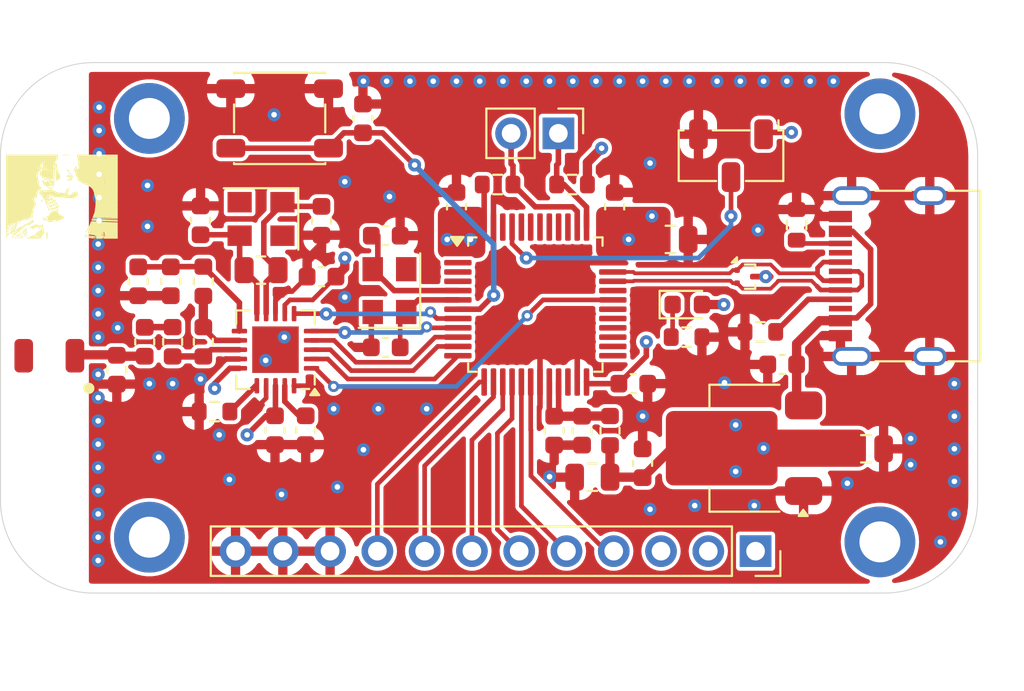
<source format=kicad_pcb>
(kicad_pcb (version 20240108) (generator "pcbnew") (generator_version "8.0")
  (layers (0 "F.Cu" signal) (1 "In1.Cu" signal) (2 "In2.Cu" signal) (31 "B.Cu" signal) (34 "B.Paste" user) (35 "F.Paste" user) (36 "B.SilkS" user "B.Silkscreen") (37 "F.SilkS" user "F.Silkscreen") (38 "B.Mask" user) (39 "F.Mask" user) (44 "Edge.Cuts" user))
  (net 0 "")
  (net 1 "GND")
  (net 2 "VBUS")
  (net 3 "+3.3V")
  (net 4 "VDDA")
  (net 5 "/NRST")
  (net 6 "/OSC_OUT")
  (net 7 "/OSC_IN")
  (net 8 "/DVDD")
  (net 9 "/XC2")
  (net 10 "/VDD_PA")
  (net 11 "/XC1")
  (net 12 "/RF50R")
  (net 13 "/MATCH")
  (net 14 "/LED")
  (net 15 "/D-")
  (net 16 "/CC2")
  (net 17 "/D+")
  (net 18 "/CC1")
  (net 19 "/I2C_SCL")
  (net 20 "/I2C_SDA")
  (net 21 "/GPIO6")
  (net 22 "/GPIO2")
  (net 23 "/GPIO3")
  (net 24 "/GPIO5")
  (net 25 "/GPIO4")
  (net 26 "/GPIO1")
  (net 27 "/ANT1")
  (net 28 "/ANT2")
  (net 29 "/IREF")
  (net 30 "/BOOT0")
  (net 35 "/RF_MOSI")
  (net 36 "/CSN")
  (net 37 "/CE")
  (net 43 "/RF_SCK")
  (net 46 "/RF_MISO")
  (net 50 "/IRQ")
  (footprint "Connector_PinHeader_2.54mm:PinHeader_1x02_P2.54mm_Vertical" (layer "F.Cu") (at 160.475 61.8 -90)
    (property "Reference" "J4" (hide yes))
    (property "Value" "Conn_01x02_Pin")
  )
  (footprint "Button_Switch_SMD:Nidec_Copal_CAS-120A" (layer "F.Cu") (at 169.75 63 -90)
    (property "Reference" "SW3" (hide yes))
    (property "Value" "SW_Nidec_CAS-120A1")
  )
  (footprint "LED_SMD:LED_0603_1608Metric" (layer "F.Cu") (at 167.4 71)
    (property "Reference" "D1" (hide yes))
    (property "Value" "LED")
  )
  (footprint "custom_footies:AMCA31-2R450G-S1F-T3" (layer "F.Cu") (at 133 73.75 90)
    (property "Reference" "AE1" (hide yes))
    (property "Value" "Antenna")
  )
  (footprint "Capacitor_SMD:C_0603_1608Metric" (layer "F.Cu") (at 136.75 74.5 -90)
    (property "Reference" "C25" (hide yes))
    (property "Value" "1p")
  )
  (footprint "Capacitor_SMD:C_0805_2012Metric" (layer "F.Cu") (at 177 78.75)
    (property "Reference" "C4" (hide yes))
    (property "Value" "10u")
  )
  (footprint "Inductor_SMD:L_0603_1608Metric" (layer "F.Cu") (at 141.4 73 -90)
    (property "Reference" "L1" (hide yes))
    (property "Value" "8.2n")
  )
  (footprint "custom_footies:Crystal_SMD_4Pin_3.2x2.5mm" (layer "F.Cu") (at 144.5 66.4 180)
    (property "Reference" "Y2" (hide yes))
    (property "Value" "16Mhz")
  )
  (footprint "Capacitor_SMD:C_0603_1608Metric" (layer "F.Cu") (at 165 79.525 90)
    (property "Reference" "C15" (hide yes))
    (property "Value" "100n")
  )
  (footprint "MountingHole:MountingHole_2.2mm_M2_DIN965_Pad" (layer "F.Cu") (at 138.5 83.5)
    (property "Reference" "H3" (hide yes))
    (property "Value" "MountingHole")
  )
  (footprint "Button_Switch_SMD:SW_SPST_PTS647_Sx38" (layer "F.Cu") (at 145.5 61)
    (property "Reference" "SW2" (hide yes))
    (property "Value" "SW_Push")
  )
  (footprint "Capacitor_SMD:C_0603_1608Metric" (layer "F.Cu") (at 172.5 74.217703 180)
    (property "Reference" "C1" (hide yes))
    (property "Value" "100n")
  )
  (footprint "Capacitor_SMD:C_0603_1608Metric" (layer "F.Cu") (at 155 65.75 90)
    (property "Reference" "C13" (hide yes))
    (property "Value" "100n")
  )
  (footprint "Capacitor_SMD:C_0805_2012Metric" (layer "F.Cu") (at 166.5 67.5)
    (property "Reference" "C7" (hide yes))
    (property "Value" "4.7u")
  )
  (footprint "Connector_USB:USB_C_Receptacle_G-Switch_GT-USB-7010ASV" (layer "F.Cu") (at 179.355 69.467703 90)
    (property "Reference" "J1" (hide yes))
    (property "Value" "USB_C_Receptacle_USB2.0_14P")
  )
  (footprint "Capacitor_SMD:C_0805_2012Metric" (layer "F.Cu") (at 162.3 80.275 180)
    (property "Reference" "C16" (hide yes))
    (property "Value" "1u")
  )
  (footprint "MountingHole:MountingHole_2.2mm_M2_DIN965_Pad" (layer "F.Cu") (at 177.75 60.75)
    (property "Reference" "H1" (hide yes))
    (property "Value" "MountingHole")
  )
  (footprint "Capacitor_SMD:C_0603_1608Metric" (layer "F.Cu") (at 139.65 69.75 90)
    (property "Reference" "C21" (hide yes))
    (property "Value" "2.2n")
  )
  (footprint "Capacitor_SMD:C_0603_1608Metric" (layer "F.Cu") (at 137.9 69.75 90)
    (property "Reference" "C22" (hide yes))
    (property "Value" "4.7p")
  )
  (footprint "Capacitor_SMD:C_0603_1608Metric" (layer "F.Cu") (at 138.25 73 -90)
    (property "Reference" "C24" (hide yes))
    (property "Value" "1.5p")
  )
  (footprint "Resistor_SMD:R_0805_2012Metric" (layer "F.Cu") (at 144.5 69.15 180)
    (property "Reference" "R9" (hide yes))
    (property "Value" "1MR")
  )
  (footprint "Inductor_SMD:L_0603_1608Metric" (layer "F.Cu") (at 163.25 77.775 -90)
    (property "Reference" "FB1" (hide yes))
    (property "Value" "FerriteBead")
  )
  (footprint "Package_TO_SOT_SMD:Texas_DRT-3" (layer "F.Cu") (at 170.5 69.5 -90)
    (property "Reference" "U3" (hide yes))
    (property "Value" "TPD2EUSB30")
  )
  (footprint "Capacitor_SMD:C_0603_1608Metric" (layer "F.Cu") (at 160.25 77.775 -90)
    (property "Reference" "C6" (hide yes))
    (property "Value" "100n")
  )
  (footprint "Package_DFN_QFN:QFN-20-1EP_4x4mm_P0.5mm_EP2.5x2.5mm" (layer "F.Cu") (at 145.275 73.425 180)
    (property "Reference" "U5" (hide yes))
    (property "Value" "nRF24L01P")
  )
  (footprint "Resistor_SMD:R_0603_1608Metric" (layer "F.Cu") (at 173.275 66.717703 -90)
    (property "Reference" "R2" (hide yes))
    (property "Value" "5k1R")
  )
  (footprint "custom_footies:Crystal_SMD_4Pin_3.2x2.5mm" (layer "F.Cu") (at 151.4 70.25 90)
    (property "Reference" "Y1" (hide yes))
    (property "Value" "8Mhz")
  )
  (footprint "custom_footies:logics_baby2" (layer "F.Cu") (at 133.8 65.2)
    (property "Reference" "G***" (hide yes))
    (property "Value" "LOGO" (hide yes))
  )
  (footprint "Connector_PinSocket_2.54mm:PinSocket_1x12_P2.54mm_Vertical" (layer "F.Cu") (at 171.07 84.25 -90)
    (property "Reference" "J3" (hide yes))
    (property "Value" "Conn_01x12_Socket")
  )
  (footprint "Capacitor_SMD:C_0603_1608Metric" (layer "F.Cu") (at 146.9 77.75 -90)
    (property "Reference" "C18" (hide yes))
    (property "Value" "33n")
  )
  (footprint "Resistor_SMD:R_0603_1608Metric" (layer "F.Cu") (at 157.21 64.55)
    (property "Reference" "R6" (hide yes))
    (property "Value" "1k2")
  )
  (footprint "Capacitor_SMD:C_0603_1608Metric" (layer "F.Cu") (at 164.5 75.25)
    (property "Reference" "C8" (hide yes))
    (property "Value" "100n")
  )
  (footprint "Capacitor_SMD:C_0603_1608Metric" (layer "F.Cu") (at 161.75 77.775 -90)
    (property "Reference" "C14" (hide yes))
    (property "Value" "10n")
  )
  (footprint "Capacitor_SMD:C_0603_1608Metric" (layer "F.Cu") (at 141.25 66.475 90)
    (property "Reference" "C23" (hide yes))
    (property "Value" "12p")
  )
  (footprint "Capacitor_SMD:C_0603_1608Metric" (layer "F.Cu") (at 163.5 65.75 90)
    (property "Reference" "C11" (hide yes))
    (property "Value" "100n")
  )
  (footprint "MountingHole:MountingHole_2.2mm_M2_DIN965_Pad" (layer "F.Cu") (at 138.5 61 90)
    (property "Reference" "H2" (hide yes))
    (property "Value" "MountingHole")
  )
  (footprint "Capacitor_SMD:C_0603_1608Metric" (layer "F.Cu") (at 147.75 69.5 180)
    (property "Reference" "C17" (hide yes))
    (property "Value" "10n")
  )
  (footprint "Resistor_SMD:R_0603_1608Metric" (layer "F.Cu") (at 161.21 64.55 180)
    (property "Reference" "R7" (hide yes))
    (property "Value" "1k2")
  )
  (footprint "Resistor_SMD:R_0603_1608Metric" (layer "F.Cu") (at 167.3625 72.75)
    (property "Reference" "R4" (hide yes))
    (property "Value" "200R")
  )
  (footprint "Inductor_SMD:L_0603_1608Metric" (layer "F.Cu") (at 141.4 69.75 -90)
    (property "Reference" "L2" (hide yes))
    (property "Value" "2.7n")
  )
  (footprint "Capacitor_SMD:C_0603_1608Metric" (layer "F.Cu") (at 149.975 61 90)
    (property "Reference" "C9" (hide yes))
    (property "Value" "100n")
  )
  (footprint "MountingHole:MountingHole_2.2mm_M2_DIN965_Pad" (layer "F.Cu") (at 177.75 83.75)
    (property "Reference" "H4" (hide yes))
    (property "Value" "MountingHole")
  )
  (footprint "Capacitor_SMD:C_0603_1608Metric" (layer "F.Cu") (at 145.25 77.75 -90)
    (property "Reference" "C19" (hide yes))
    (property "Value" "1n")
  )
  (footprint "Capacitor_SMD:C_0603_1608Metric" (layer "F.Cu") (at 151.2 67.3)
    (property "Reference" "C12" (hide yes))
    (property "Value" "30p")
  )
  (footprint "Capacitor_SMD:C_0603_1608Metric" (layer "F.Cu") (at 151.2 73.3 180)
    (property "Reference" "C10" (hide yes))
    (property "Value" "30p")
  )
  (footprint "Capacitor_SMD:C_0603_1608Metric" (layer "F.Cu") (at 147.75 66.5 -90)
    (property "Reference" "C20" (hide yes))
    (property "Value" "12p")
  )
  (footprint "Resistor_SMD:R_0603_1608Metric" (layer "F.Cu") (at 171.325 72.467703 180)
    (property "Reference" "R1" (hide yes))
    (property "Value" "5k1R")
  )
  (footprint "Package_QFP:LQFP-48_7x7mm_P0.5mm" (layer "F.Cu") (at 159.2375 71)
    (property "Reference" "U4" (hide yes))
    (property "Value" "STM32G4A1CETx")
  )
  (footprint "Package_TO_SOT_SMD:SOT-223-3_TabPin2" (layer "F.Cu") (at 170.5 78.717703 180)
    (property "Reference" "U1" (hide yes))
    (property "Value" "LD1117S33TR_SOT223")
  )
  (footprint "Resistor_SMD:R_0603_1608Metric" (layer "F.Cu") (at 142 76.75 180)
    (property "Reference" "R8" (hide yes))
    (property "Value" "22k")
  )
  (footprint "Inductor_SMD:L_0603_1608Metric" (layer "F.Cu") (at 139.75 73 -90)
    (property "Reference" "L3" (hide yes))
    (property "Value" "3.9n")
  )
  (gr_arc (start 135.5 86.5) (mid 131.964466 85.035534) (end 130.5 81.5) (stroke (width 0.05)) (layer "Edge.Cuts"))
  (gr_line (start 183 63) (end 183 81.5) (stroke (width 0.05)) (layer "Edge.Cuts"))
  (gr_arc (start 183 81.5) (mid 181.535534 85.035534) (end 178 86.5) (stroke (width 0.05)) (layer "Edge.Cuts"))
  (gr_arc (start 178 58) (mid 181.535534 59.464466) (end 183 63) (stroke (width 0.05)) (layer "Edge.Cuts"))
  (gr_line (start 135.5 58) (end 178 58) (stroke (width 0.05)) (layer "Edge.Cuts"))
  (gr_line (start 130.5 81.5) (end 130.5 63) (stroke (width 0.05)) (layer "Edge.Cuts"))
  (gr_line (start 178 86.5) (end 135.5 86.5) (stroke (width 0.05)) (layer "Edge.Cuts"))
  (gr_arc (start 130.5 63) (mid 131.964466 59.464466) (end 135.5 58) (stroke (width 0.05)) (layer "Edge.Cuts"))
  (segment (start 141.522896 75) (end 141.25 75) (width 0.3) (layer "F.Cu") (net 1))
  (segment (start 142.597896 73.925) (end 141.522896 75) (width 0.3) (layer "F.Cu") (net 1))
  (segment (start 175.63 66.267703) (end 174.767703 66.267703) (width 0.25) (layer "F.Cu") (net 1))
  (segment (start 146.975 68.625) (end 146.975 69.5) (width 0.5) (layer "F.Cu") (net 1))
  (segment (start 145.275 71.4875) (end 145.275 70.8) (width 0.25) (layer "F.Cu") (net 1))
  (segment (start 144.775 76.023004) (end 144.775 75.3625) (width 0.25) (layer "F.Cu") (net 1))
  (segment (start 165 77) (end 165 78.75) (width 0.5) (layer "F.Cu") (net 1))
  (segment (start 174.392703 65.892703) (end 173.275 65.892703) (width 0.25) (layer "F.Cu") (net 1))
  (segment (start 147.75 67.85) (end 146.975 68.625) (width 0.5) (layer "F.Cu") (net 1))
  (segment (start 142.798004 78) (end 144.775 76.023004) (width 0.25) (layer "F.Cu") (net 1))
  (segment (start 146.275 75.3625) (end 147.1625 75.3625) (width 0.25) (layer "F.Cu") (net 1))
  (segment (start 147.1625 75.3625) (end 148.4 76.6) (width 0.25) (layer "F.Cu") (net 1))
  (segment (start 150.425 71.475) (end 150.5 71.4) (width 0.3) (layer "F.Cu") (net 1))
  (segment (start 145.275 70.8) (end 145.775 70.3) (width 0.25) (layer "F.Cu") (net 1))
  (segment (start 147.75 67.275) (end 147.75 67.85) (width 0.5) (layer "F.Cu") (net 1))
  (segment (start 143.3375 73.925) (end 142.597896 73.925) (width 0.3) (layer "F.Cu") (net 1))
  (segment (start 171.61 69.5) (end 170.925 69.5) (width 0.3) (layer "F.Cu") (net 1))
  (segment (start 145.775 70.3) (end 146.175 70.3) (width 0.25) (layer "F.Cu") (net 1))
  (segment (start 139.65 70.525) (end 137.9 70.525) (width 0.5) (layer "F.Cu") (net 1))
  (segment (start 142.25 78) (end 142.798004 78) (width 0.25) (layer "F.Cu") (net 1))
  (segment (start 146.175 70.3) (end 146.975 69.5) (width 0.25) (layer "F.Cu") (net 1))
  (segment (start 150.425 73.3) (end 150.425 71.475) (width 0.3) (layer "F.Cu") (net 1))
  (segment (start 161.75 78.55) (end 160.25 78.55) (width 0.5) (layer "F.Cu") (net 1))
  (segment (start 174.767703 66.267703) (end 174.392703 65.892703) (width 0.25) (layer "F.Cu") (net 1))
  (via (at 135.8 62.9) (size 0.7) (drill 0.3) (layers "F.Cu" "B.Cu") (net 1))
  (via (at 135.8 61.65) (size 0.7) (drill 0.3) (layers "F.Cu" "B.Cu") (net 1))
  (via (at 139 79.2) (size 0.7) (drill 0.3) (layers "F.Cu" "B.Cu") (net 1))
  (via (at 150 59) (size 0.7) (drill 0.3) (layers "F.Cu" "B.Cu") (net 1))
  (via (at 179.4 79.6) (size 0.7) (drill 0.3) (layers "F.Cu" "B.Cu") (net 1))
  (via (at 148.6 80.8) (size 0.7) (drill 0.3) (layers "F.Cu" "B.Cu") (net 1))
  (via (at 135.8 60.4) (size 0.7) (drill 0.3) (layers "F.Cu" "B.Cu") (net 1))
  (via (at 165 77) (size 0.7) (drill 0.3) (layers "F.Cu" "B.Cu") (net 1))
  (via (at 144.75 74) (size 0.7) (drill 0.3) (layers "F.Cu" "B.Cu") (net 1))
  (via (at 181.75 77) (size 0.7) (drill 0.3) (layers "F.Cu" "B.Cu") (net 1))
  (via (at 155 59) (size 0.7) (drill 0.3) (layers "F.Cu" "B.Cu") (net 1))
  (via (at 150 78.8) (size 0.7) (drill 0.3) (layers "F.Cu" "B.Cu") (net 1))
  (via (at 171 81.8) (size 0.7) (drill 0.3) (layers "F.Cu" "B.Cu") (net 1))
  (via (at 135.75 78.5) (size 0.7) (drill 0.3) (layers "F.Cu" "B.Cu") (net 1))
  (via (at 163.75 59) (size 0.7) (drill 0.3) (layers "F.Cu" "B.Cu") (net 1))
  (via (at 165.4 82) (size 0.7) (drill 0.3) (layers "F.Cu" "B.Cu") (net 1))
  (via (at 142.25 78) (size 0.7) (drill 0.3) (layers "F.Cu" "B.Cu") (net 1))
  (via (at 142.8 80.4) (size 0.7) (drill 0.3) (layers "F.Cu" "B.Cu") (net 1))
  (via (at 162.5 59) (size 0.7) (drill 0.3) (layers "F.Cu" "B.Cu") (net 1))
  (via (at 135.75 84.75) (size 0.7) (drill 0.3) (layers "F.Cu" "B.Cu") (net 1))
  (via (at 135.75 74.75) (size 0.7) (drill 0.3) (layers "F.Cu" "B.Cu") (net 1))
  (via (at 135.75 69) (size 0.7) (drill 0.3) (layers "F.Cu" "B.Cu") (net 1))
  (via (at 135.75 76) (size 0.7) (drill 0.3) (layers "F.Cu" "B.Cu") (net 1))
  (via (at 135.75 83.5) (size 0.7) (drill 0.3) (layers "F.Cu" "B.Cu") (net 1))
  (via (at 165.4 63.4) (size 0.7) (drill 0.3) (layers "F.Cu" "B.Cu") (net 1))
  (via (at 153.75 59) (size 0.7) (drill 0.3) (layers "F.Cu" "B.Cu") (net 1))
  (via (at 175.25 59) (size 0.7) (drill 0.3) (layers "F.Cu" "B.Cu") (net 1))
  (via (at 174 59) (size 0.7) (drill 0.3) (layers "F.Cu" "B.Cu") (net 1))
  (via (at 181 83.75) (size 0.7) (drill 0.3) (layers "F.Cu" "B.Cu") (net 1))
  (via (at 171.5 59) (size 0.7) (drill 0.3) (layers "F.Cu" "B.Cu") (net 1))
  (via (at 171.61 69.5) (size 0.7) (drill 0.3) (layers "F.Cu" "B.Cu") (net 1))
  (via (at 150.8 76.6) (size 0.7) (drill 0.3) (layers "F.Cu" "B.Cu") (net 1))
  (via (at 161.25 59) (size 0.7) (drill 0.3) (layers "F.Cu" "B.Cu") (net 1))
  (via (at 135.75 79.75) (size 0.7) (drill 0.3) (layers "F.Cu" "B.Cu") (net 1))
  (via (at 176 80.6) (size 0.7) (drill 0.3) (layers "F.Cu" "B.Cu") (net 1))
  (via (at 172.75 59) (size 0.7) (drill 0.3) (layers "F.Cu" "B.Cu") (net 1))
  (via (at 135.75 67.75) (size 0.7) (drill 0.3) (layers "F.Cu" "B.Cu") (net 1))
  (via (at 157.5 59) (size 0.7) (drill 0.3) (layers "F.Cu" "B.Cu") (net 1))
  (via (at 138.5 75.25) (size 0.7) (drill 0.3) (layers "F.Cu" "B.Cu") (net 1))
  (via (at 149 64.4) (size 0.7) (drill 0.3) (layers "F.Cu" "B.Cu") (net 1))
  (via (at 160 59) (size 0.7) (drill 0.3) (layers "F.Cu" "B.Cu") (net 1))
  (via (at 158.75 59) (size 0.7) (drill 0.3) (layers "F.Cu" "B.Cu") (net 1))
  (via (at 181.75 80.5) (size 0.7) (drill 0.3) (layers "F.Cu" "B.Cu") (net 1))
  (via (at 135.75 77.25) (size 0.7) (drill 0.3) (layers "F.Cu" "B.Cu") (net 1))
  (via (at 136.8 72.25) (size 0.7) (drill 0.3) (layers "F.Cu" "B.Cu") (net 1))
  (via (at 160 80.25) (size 0.7) (drill 0.3) (layers "F.Cu" "B.Cu") (net 1))
  (via (at 149 70.6) (size 0.7) (drill 0.3) (layers "F.Cu" "B.Cu") (net 1))
  (via (at 141.25 75) (size 0.7) (drill 0.3) (layers "F.Cu" "B.Cu") (net 1))
  (via (at 145.2 60.8) (size 0.7) (drill 0.3) (layers "F.Cu" "B.Cu") (net 1))
  (via (at 181.75 78.75) (size 0.7) (drill 0.3) (layers "F.Cu" "B.Cu") (net 1))
  (via (at 166.25 59) (size 0.7) (drill 0.3) (layers "F.Cu" "B.Cu") (net 1))
  (via (at 135.8 64) (size 0.7) (drill 0.3) (layers "F.Cu" "B.Cu") (net 1))
  (via (at 181.75 75.25) (size 0.7) (drill 0.3) (layers "F.Cu" "B.Cu") (net 1))
  (via (at 169.4 75.2) (size 0.7) (drill 0.3) (layers "F.Cu" "B.Cu") (net 1))
  (via (at 139.75 75.25) (size 0.7) (drill 0.3) (layers "F.Cu" "B.Cu") (net 1))
  (via (at 135.75 82.25) (size 0.7) (drill 0.3) (layers "F.Cu" "B.Cu") (net 1))
  (via (at 135.75 81) (size 0.7) (drill 0.3) (layers "F.Cu" "B.Cu") (net 1))
  (via (at 151.25 59) (size 0.7) (drill 0.3) (layers "F.Cu" "B.Cu") (net 1))
  (via (at 145.6 81.2) (size 0.7) (drill 0.3) (layers "F.Cu" "B.Cu") (net 1))
  (via (at 138.4 66.8) (size 0.7) (drill 0.3) (layers "F.Cu" "B.Cu") (net 1))
  (via (at 148.4 76.6) (size 0.7) (drill 0.3) (layers "F.Cu" "B.Cu") (net 1))
  (via (at 171.2 67) (size 0.7) (drill 0.3) (layers "F.Cu" "B.Cu") (net 1))
  (via (at 156.25 59) (size 0.7) (drill 0.3) (layers "F.Cu" "B.Cu") (net 1))
  (via (at 135.8 66.5) (size 0.7) (drill 0.3) (layers "F.Cu" "B.Cu") (net 1))
  (via (at 152.5 59) (size 0.7) (drill 0.3) (layers "F.Cu" "B.Cu") (net 1))
  (via (at 135.75 71.5) (size 0.7) (drill 0.3) (layers "F.Cu" "B.Cu") (net 1))
  (via (at 153.4 76.6) (size 0.7) (drill 0.3) (layers "F.Cu" "B.Cu") (net 1))
  (via (at 181.75 82.25) (size 0.7) (drill 0.3) (layers "F.Cu" "B.Cu") (net 1))
  (via (at 145.75 72.75) (size 0.7) (drill 0.3) (layers "F.Cu" "B.Cu") (net 1))
  (via (at 135.8 65.25) (size 0.7) (drill 0.3) (layers "F.Cu" "B.Cu") (net 1))
  (via (at 165 59) (size 0.7) (drill 0.3) (layers "F.Cu" "B.Cu") (net 1))
  (via (at 179.4 78.2) (size 0.7) (drill 0.3) (layers "F.Cu" "B.Cu") (net 1))
  (via (at 151.4 65.2) (size 0.7) (drill 0.3) (layers "F.Cu" "B.Cu") (net 1))
  (via (at 167.8 81.8) (size 0.7) (drill 0.3) (layers "F.Cu" "B.Cu") (net 1))
  (via (at 169 59) (size 0.7) (drill 0.3) (layers "F.Cu" "B.Cu") (net 1))
  (via (at 135.75 72.75) (size 0.7) (drill 0.3) (layers "F.Cu" "B.Cu") (net 1))
  (via (at 167.5 59) (size 0.7) (drill 0.3) (layers "F.Cu" "B.Cu") (net 1))
  (via (at 135.75 70.25) (size 0.7) (drill 0.3) (layers "F.Cu" "B.Cu") (net 1))
  (via (at 138.4 64.6) (size 0.7) (drill 0.3) (layers "F.Cu" "B.Cu") (net 1))
  (via (at 170.25 59) (size 0.7) (drill 0.3) (layers "F.Cu" "B.Cu") (net 1))
  (segment (start 173.275 76.042703) (end 173.65 76.417703) (width 0.5) (layer "F.Cu") (net 2))
  (segment (start 176.285406 67.067703) (end 177.25 68.032297) (width 0.3) (layer "F.Cu") (net 2))
  (segment (start 174.51 71.867703) (end 175.63 71.867703) (width 0.5) (layer "F.Cu") (net 2))
  (segment (start 175.63 67.067703) (end 176.285406 67.067703) (width 0.3) (layer "F.Cu") (net 2))
  (segment (start 173.275 74.217703) (end 173.275 73.102703) (width 0.5) (layer "F.Cu") (net 2))
  (segment (start 177.25 70.967703) (end 176.5 71.717703) (width 0.3) (layer "F.Cu") (net 2))
  (segment (start 173.275 73.102703) (end 174.51 71.867703) (width 0.5) (layer "F.Cu") (net 2))
  (segment (start 175.78 71.717703) (end 175.63 71.867703) (width 0.3) (layer "F.Cu") (net 2))
  (segment (start 176.5 71.717703) (end 175.78 71.717703) (width 0.3) (layer "F.Cu") (net 2))
  (segment (start 177.25 68.032297) (end 177.25 70.967703) (width 0.3) (layer "F.Cu") (net 2))
  (segment (start 173.275 74.217703) (end 173.275 76.042703) (width 0.5) (layer "F.Cu") (net 2))
  (segment (start 149 69.025) (end 148.525 69.5) (width 0.5) (layer "F.Cu") (net 3))
  (segment (start 162.035 63.365) (end 162.8 62.6) (width 0.5) (layer "F.Cu") (net 3))
  (segment (start 145.25 76.975) (end 144.775 76.975) (width 0.3) (layer "F.Cu") (net 3))
  (segment (start 163.25 78.5625) (end 163.25 80.275) (width 0.5) (layer "F.Cu") (net 3))
  (segment (start 171.6 61.75) (end 171.5 61.85) (width 0.3) (layer "F.Cu") (net 3))
  (segment (start 165.2 73.775) (end 163.725 75.25) (width 0.3) (layer "F.Cu") (net 3))
  (segment (start 156.4875 66.8375) (end 156.4875 64.6525) (width 0.3) (layer "F.Cu") (net 3))
  (segment (start 143.3375 74.425) (end 142.825 74.425) (width 0.3) (layer "F.Cu") (net 3))
  (segment (start 165.2 73) (end 165.2 73.775) (width 0.3) (layer "F.Cu") (net 3))
  (segment (start 145.275 75.3625) (end 145.275 76.95) (width 0.3) (layer "F.Cu") (net 3))
  (segment (start 169.3625 71) (end 168.1875 71) (width 0.5) (layer "F.Cu") (net 3))
  (segment (start 156.4875 64.6525) (end 156.385 64.55) (width 0.3) (layer "F.Cu") (net 3))
  (segment (start 142.00614 75.24386) (end 142.00614 75.506435) (width 0.3) (layer "F.Cu") (net 3))
  (segment (start 145.775 71.02526) (end 146.05026 70.75) (width 0.25) (layer "F.Cu") (net 3))
  (segment (start 144.775 76.975) (end 143.75 78) (width 0.3) (layer "F.Cu") (net 3))
  (segment (start 147.275 70.75) (end 148.525 69.5) (width 0.25) (layer "F.Cu") (net 3))
  (segment (start 145.775 71.4875) (end 145.775 71.02526) (width 0.25) (layer "F.Cu") (net 3))
  (segment (start 164.975 80.275) (end 165 80.3) (width 0.5) (layer "F.Cu") (net 3))
  (segment (start 163.25 80.275) (end 164.975 80.275) (width 0.5) (layer "F.Cu") (net 3))
  (segment (start 145.275 76.95) (end 145.25 76.975) (width 0.3) (layer "F.Cu") (net 3))
  (segment (start 167.35 78.25) (end 167.05 78.25) (width 0.5) (layer "F.Cu") (net 3))
  (segment (start 149 68.5) (end 149 69.025) (width 0.5) (layer "F.Cu") (net 3))
  (segment (start 162.035 64.55) (end 162.035 63.365) (width 0.5) (layer "F.Cu") (net 3))
  (segment (start 162.075 75.25) (end 161.9875 75.1625) (width 0.3) (layer "F.Cu") (net 3))
  (segment (start 163.725 75.25) (end 162.075 75.25) (width 0.3) (layer "F.Cu") (net 3))
  (segment (start 163.6375 75.1625) (end 163.725 75.25) (width 0.3) (layer "F.Cu") (net 3))
  (segment (start 167.05 78.25) (end 165 80.3) (width 0.5) (layer "F.Cu") (net 3))
  (segment (start 142.825 74.425) (end 142.00614 75.24386) (width 0.3) (layer "F.Cu") (net 3))
  (segment (start 146.05026 70.75) (end 147.275 70.75) (width 0.25) (layer "F.Cu") (net 3))
  (segment (start 173 61.75) (end 171.6 61.75) (width 0.3) (layer "F.Cu") (net 3))
  (via (at 154.5 67.5) (size 0.7) (drill 0.3) (layers "F.Cu" "B.Cu") (net 3))
  (via (at 173 61.75) (size 0.7) (drill 0.3) (layers "F.Cu" "B.Cu") (net 3))
  (via (at 165.5 66.25) (size 0.7) (drill 0.3) (layers "F.Cu" "B.Cu") (net 3))
  (via (at 169.3625 71) (size 0.7) (drill 0.3) (layers "F.Cu" "B.Cu") (net 3))
  (via (at 142.00614 75.506435) (size 0.7) (drill 0.3) (layers "F.Cu" "B.Cu") (net 3))
  (via (at 149 68.5) (size 0.7) (drill 0.3) (layers "F.Cu" "B.Cu") (net 3))
  (via (at 170 79.967703) (size 0.7) (drill 0.3) (layers "F.Cu" "B.Cu") (net 3))
  (via (at 143.7513 78.0013) (size 0.7) (drill 0.3) (layers "F.Cu" "B.Cu") (net 3))
  (via (at 155.75 67.5) (size 0.7) (drill 0.3) (layers "F.Cu" "B.Cu") (net 3))
  (via (at 165.2 73) (size 0.7) (drill 0.3) (layers "F.Cu" "B.Cu") (net 3))
  (via (at 162.8 62.6) (size 0.7) (drill 0.3) (layers "F.Cu" "B.Cu") (net 3))
  (via (at 171.5 78.717703) (size 0.7) (drill 0.3) (layers "F.Cu" "B.Cu") (net 3))
  (via (at 170 77.467703) (size 0.7) (drill 0.3) (layers "F.Cu" "B.Cu") (net 3))
  (via (at 164.25 67.5) (size 0.7) (drill 0.3) (layers "F.Cu" "B.Cu") (net 3))
  (segment (start 160.4875 75.1625) (end 160.4875 76.7625) (width 0.3) (layer "F.Cu") (net 4))
  (segment (start 160.4875 76.7625) (end 160.25 77) (width 0.3) (layer "F.Cu") (net 4))
  (segment (start 161.75 77) (end 160.25 77) (width 0.5) (layer "F.Cu") (net 4))
  (segment (start 159.9875 76.7375) (end 160.25 77) (width 0.3) (layer "F.Cu") (net 4))
  (segment (start 159.9875 75.1625) (end 159.9875 76.7375) (width 0.3) (layer "F.Cu") (net 4))
  (segment (start 163.25 76.9875) (end 161.7625 76.9875) (width 0.5) (layer "F.Cu") (net 4))
  (segment (start 161.7625 76.9875) (end 161.75 77) (width 0.5) (layer "F.Cu") (net 4))
  (segment (start 155.075 71.25) (end 156.25 71.25) (width 0.3) (layer "F.Cu") (net 5))
  (segment (start 148.95 61.775) (end 148.125 62.6) (width 0.3) (layer "F.Cu") (net 5))
  (segment (start 152.75 63.5) (end 151.025 61.775) (width 0.3) (layer "F.Cu") (net 5))
  (segment (start 151.025 61.775) (end 149.975 61.775) (width 0.3) (layer "F.Cu") (net 5))
  (segment (start 156.25 71.25) (end 157 70.5) (width 0.3) (layer "F.Cu") (net 5))
  (segment (start 142.875 62.6) (end 148.125 62.6) (width 0.3) (layer "F.Cu") (net 5))
  (segment (start 149.975 61.775) (end 148.95 61.775) (width 0.3) (layer "F.Cu") (net 5))
  (via (at 157 70.5) (size 0.7) (drill 0.3) (layers "F.Cu" "B.Cu") (net 5))
  (via (at 152.75 63.5) (size 0.7) (drill 0.3) (layers "F.Cu" "B.Cu") (net 5))
  (segment (start 152.75 63.51005) (end 152.75 63.5) (width 0.3) (layer "B.Cu") (net 5))
  (segment (start 157 67.76005) (end 152.869975 63.630025) (width 0.3) (layer "B.Cu") (net 5))
  (segment (start 157 70.5) (end 157 67.76005) (width 0.3) (layer "B.Cu") (net 5))
  (segment (start 151.975 73.3) (end 151.975 71.725) (width 0.25) (layer "F.Cu") (net 6))
  (segment (start 152.95 70.75) (end 152.3 71.4) (width 0.3) (layer "F.Cu") (net 6))
  (segment (start 152.325 71.725) (end 152.65 71.4) (width 0.3) (layer "F.Cu") (net 6))
  (segment (start 151.975 71.725) (end 152.3 71.4) (width 0.25) (layer "F.Cu") (net 6))
  (segment (start 155.075 70.75) (end 152.95 70.75) (width 0.3) (layer "F.Cu") (net 6))
  (segment (start 151.65 70.25) (end 150.5 69.1) (width 0.3) (layer "F.Cu") (net 7))
  (segment (start 150.775 69.025) (end 150.85 69.1) (width 0.3) (layer "F.Cu") (net 7))
  (segment (start 150.775 67.3) (end 150.775 69.025) (width 0.3) (layer "F.Cu") (net 7))
  (segment (start 155.075 70.25) (end 151.65 70.25) (width 0.3) (layer "F.Cu") (net 7))
  (segment (start 145.775 76.205592) (end 146.544408 76.975) (width 0.3) (layer "F.Cu") (net 8))
  (segment (start 145.775 75.3625) (end 145.775 76.205592) (width 0.3) (layer "F.Cu") (net 8))
  (segment (start 146.544408 76.975) (end 146.9 76.975) (width 0.3) (layer "F.Cu") (net 8))
  (segment (start 144.775 71.4875) (end 144.775 69.7875) (width 0.3) (layer "F.Cu") (net 9))
  (segment (start 145.65 65.5) (end 145.65 65.6) (width 0.3) (layer "F.Cu") (net 9))
  (segment (start 145.65 65.6) (end 144.65 66.6) (width 0.3) (layer "F.Cu") (net 9))
  (segment (start 147.75 65.725) (end 145.875 65.725) (width 0.3) (layer "F.Cu") (net 9))
  (segment (start 144.65 68.3875) (end 145.4125 69.15) (width 0.3) (layer "F.Cu") (net 9))
  (segment (start 144.775 69.7875) (end 145.4125 69.15) (width 0.3) (layer "F.Cu") (net 9))
  (segment (start 145.875 65.725) (end 145.65 65.5) (width 0.3) (layer "F.Cu") (net 9))
  (segment (start 144.65 66.6) (end 144.65 68.3875) (width 0.3) (layer "F.Cu") (net 9))
  (segment (start 141.4 68.9625) (end 139.6625 68.9625) (width 0.3) (layer "F.Cu") (net 10))
  (segment (start 143.3375 72.425) (end 143.3375 70.9) (width 0.3) (layer "F.Cu") (net 10))
  (segment (start 137.9 68.975) (end 139.65 68.975) (width 0.3) (layer "F.Cu") (net 10))
  (segment (start 143.3375 70.9) (end 141.4 68.9625) (width 0.3) (layer "F.Cu") (net 10))
  (segment (start 139.6625 68.9625) (end 139.65 68.975) (width 0.3) (layer "F.Cu") (net 10))
  (segment (start 143.3 67.25) (end 143.35 67.3) (width 0.3) (layer "F.Cu") (net 11))
  (segment (start 144.275 69.8375) (end 143.5875 69.15) (width 0.3) (layer "F.Cu") (net 11))
  (segment (start 141.25 67.25) (end 143.3 67.25) (width 0.3) (layer "F.Cu") (net 11))
  (segment (start 144.275 71.4875) (end 144.275 69.8375) (width 0.3) (layer "F.Cu") (net 11))
  (segment (start 143.35 67.3) (end 143.35 68.9125) (width 0.3) (layer "F.Cu") (net 11))
  (segment (start 143.35 68.9125) (end 143.5875 69.15) (width 0.3) (layer "F.Cu") (net 11))
  (segment (start 134.55 73.7) (end 134.5 73.75) (width 0.5) (layer "F.Cu") (net 12))
  (segment (start 136.725 73.7) (end 134.55 73.7) (width 0.5) (layer "F.Cu") (net 12))
  (segment (start 136.8 73.775) (end 136.75 73.725) (width 0.5) (layer "F.Cu") (net 12))
  (segment (start 138.25 73.775) (end 136.8 73.775) (width 0.5) (layer "F.Cu") (net 12))
  (segment (start 134.525 73.725) (end 134.5 73.75) (width 0.35) (layer "F.Cu") (net 12))
  (segment (start 136.75 73.725) (end 136.725 73.7) (width 0.5) (layer "F.Cu") (net 12))
  (segment (start 138.2625 72.2125) (end 138.25 72.225) (width 0.35) (layer "F.Cu") (net 13))
  (segment (start 139.75 72.2125) (end 138.2625 72.2125) (width 0.35) (layer "F.Cu") (net 13))
  (segment (start 166.6125 72.675) (end 166.5375 72.75) (width 0.25) (layer "F.Cu") (net 14))
  (segment (start 166.6125 71) (end 166.6125 72.675) (width 0.25) (layer "F.Cu") (net 14))
  (segment (start 164.506251 69.75) (end 164.536251 69.72) (width 0.2) (layer "F.Cu") (net 15))
  (segment (start 172.26 69.769239) (end 172.26 69.75) (width 0.2) (layer "F.Cu") (net 15))
  (segment (start 172.26 69.75) (end 172.29 69.72) (width 0.2) (layer "F.Cu") (net 15))
  (segment (start 176.775 69.4) (end 176.592703 69.217703) (width 0.25) (layer "F.Cu") (net 15))
  (segment (start 170.375 70.15) (end 171.879239 70.15) (width 0.2) (layer "F.Cu") (net 15))
  (segment (start 175.63 70.217703) (end 176.55 70.217703) (width 0.25) (layer "F.Cu") (net 15))
  (segment (start 174.573604 70.217703) (end 174.36795 70.012049) (width 0.25) (layer "F.Cu") (net 15))
  (segment (start 174.075901 69.72) (end 174.36795 70.012049) (width 0.2) (layer "F.Cu") (net 15))
  (segment (start 170.075 69.85) (end 170.375 70.15) (width 0.2) (layer "F.Cu") (net 15))
  (segment (start 175.63 70.217703) (end 174.573604 70.217703) (width 0.25) (layer "F.Cu") (net 15))
  (segment (start 171.879239 70.15) (end 172.26 69.769239) (width 0.2) (layer "F.Cu") (net 15))
  (segment (start 163.4 69.75) (end 164.506251 69.75) (width 0.2) (layer "F.Cu") (net 15))
  (segment (start 169.849999 69.85) (end 170.075 69.85) (width 0.2) (layer "F.Cu") (net 15))
  (segment (start 176.592703 69.217703) (end 175.63 69.217703) (width 0.25) (layer "F.Cu") (net 15))
  (segment (start 164.536251 69.72) (end 169.719999 69.72) (width 0.2) (layer "F.Cu") (net 15))
  (segment (start 169.719999 69.72) (end 169.849999 69.85) (width 0.2) (layer "F.Cu") (net 15))
  (segment (start 176.775 69.992703) (end 176.775 69.4) (width 0.25) (layer "F.Cu") (net 15))
  (segment (start 176.55 70.217703) (end 176.775 69.992703) (width 0.25) (layer "F.Cu") (net 15))
  (segment (start 172.29 69.72) (end 174.075901 69.72) (width 0.2) (layer "F.Cu") (net 15))
  (segment (start 173.275 67.542703) (end 173.45 67.717703) (width 0.25) (layer "F.Cu") (net 16))
  (segment (start 173.45 67.717703) (end 175.63 67.717703) (width 0.25) (layer "F.Cu") (net 16))
  (segment (start 169.679999 69.32) (end 169.849999 69.15) (width 0.2) (layer "F.Cu") (net 17))
  (segment (start 163.4 69.25) (end 164.506251 69.25) (width 0.2) (layer "F.Cu") (net 17))
  (segment (start 170.375 68.85) (end 171.879239 68.85) (width 0.2) (layer "F.Cu") (net 17))
  (segment (start 174.4 69.027703) (end 174.4 69.407703) (width 0.25) (layer "F.Cu") (net 17))
  (segment (start 169.849999 69.15) (end 170.075 69.15) (width 0.2) (layer "F.Cu") (net 17))
  (segment (start 174.4 69.407703) (end 174.71 69.717703) (width 0.25) (layer "F.Cu") (net 17))
  (segment (start 172.26 69.230761) (end 172.26 69.24) (width 0.2) (layer "F.Cu") (net 17))
  (segment (start 175.63 68.717703) (end 174.71 68.717703) (width 0.25) (layer "F.Cu") (net 17))
  (segment (start 174.71 69.717703) (end 175.63 69.717703) (width 0.25) (layer "F.Cu") (net 17))
  (segment (start 174.312297 69.32) (end 174.4 69.407703) (width 0.2) (layer "F.Cu") (net 17))
  (segment (start 174.71 68.717703) (end 174.4 69.027703) (width 0.25) (layer "F.Cu") (net 17))
  (segment (start 170.075 69.15) (end 170.375 68.85) (width 0.2) (layer "F.Cu") (net 17))
  (segment (start 171.879239 68.85) (end 172.26 69.230761) (width 0.2) (layer "F.Cu") (net 17))
  (segment (start 164.576251 69.32) (end 169.679999 69.32) (width 0.2) (layer "F.Cu") (net 17))
  (segment (start 172.34 69.32) (end 174.312297 69.32) (width 0.2) (layer "F.Cu") (net 17))
  (segment (start 172.26 69.24) (end 172.34 69.32) (width 0.2) (layer "F.Cu") (net 17))
  (segment (start 164.506251 69.25) (end 164.576251 69.32) (width 0.2) (layer "F.Cu") (net 17))
  (segment (start 173.9 70.717703) (end 172.15 72.467703) (width 0.3) (layer "F.Cu") (net 18))
  (segment (start 175.63 70.717703) (end 173.9 70.717703) (width 0.3) (layer "F.Cu") (net 18))
  (segment (start 161.9875 65.760858) (end 160.776642 64.55) (width 0.3) (layer "F.Cu") (net 19))
  (segment (start 160.475 63.415) (end 160.385 63.505) (width 0.3) (layer "F.Cu") (net 19))
  (segment (start 160.475 61.8) (end 160.475 63.415) (width 0.3) (layer "F.Cu") (net 19))
  (segment (start 160.776642 64.55) (end 160.385 64.55) (width 0.3) (layer "F.Cu") (net 19))
  (segment (start 161.9875 66.8375) (end 161.9875 65.760858) (width 0.3) (layer "F.Cu") (net 19))
  (segment (start 160.385 63.505) (end 160.385 64.55) (width 0.3) (layer "F.Cu") (net 19))
  (segment (start 157.935 63.435) (end 157.935 61.8) (width 0.3) (layer "F.Cu") (net 20))
  (segment (start 161.4875 65.99688) (end 161.4875 66.8375) (width 0.3) (layer "F.Cu") (net 20))
  (segment (start 158.035 64.55) (end 159.235 65.75) (width 0.3) (layer "F.Cu") (net 20))
  (segment (start 159.235 65.75) (end 161.24062 65.75) (width 0.3) (layer "F.Cu") (net 20))
  (segment (start 158.035 63.535) (end 157.935 63.435) (width 0.3) (layer "F.Cu") (net 20))
  (segment (start 158.035 64.55) (end 158.035 63.535) (width 0.3) (layer "F.Cu") (net 20))
  (segment (start 161.24062 65.75) (end 161.4875 65.99688) (width 0.3) (layer "F.Cu") (net 20))
  (segment (start 150.75 80.65) (end 150.75 84.25) (width 0.25) (layer "F.Cu") (net 21))
  (segment (start 156.2375 75.1625) (end 150.75 80.65) (width 0.25) (layer "F.Cu") (net 21))
  (segment (start 156.4875 75.1625) (end 156.2375 75.1625) (width 0.25) (layer "F.Cu") (net 21))
  (segment (start 158.4875 75.1625) (end 158.4875 81.8275) (width 0.25) (layer "F.Cu") (net 22))
  (segment (start 158.4875 81.8275) (end 160.91 84.25) (width 0.25) (layer "F.Cu") (net 22))
  (segment (start 157.9875 77.126104) (end 157.2 77.913604) (width 0.25) (layer "F.Cu") (net 23))
  (segment (start 157.2 77.913604) (end 157.2 83.08) (width 0.25) (layer "F.Cu") (net 23))
  (segment (start 157.2 83.08) (end 158.37 84.25) (width 0.25) (layer "F.Cu") (net 23))
  (segment (start 157.9875 75.1625) (end 157.9875 77.126104) (width 0.25) (layer "F.Cu") (net 23))
  (segment (start 156.9875 75.1625) (end 156.9875 75.967764) (width 0.25) (layer "F.Cu") (net 24))
  (segment (start 153.29 79.665264) (end 153.29 84.25) (width 0.25) (layer "F.Cu") (net 24))
  (segment (start 156.9875 75.967764) (end 153.29 79.665264) (width 0.25) (layer "F.Cu") (net 24))
  (segment (start 157.4875 75.1625) (end 157.4875 76.626104) (width 0.25) (layer "F.Cu") (net 25))
  (segment (start 155.83 78.283604) (end 155.83 84.25) (width 0.25) (layer "F.Cu") (net 25))
  (segment (start 157.4875 76.626104) (end 155.83 78.283604) (width 0.25) (layer "F.Cu") (net 25))
  (segment (start 159 77.75) (end 159 80.204595) (width 0.25) (layer "F.Cu") (net 26))
  (segment (start 158.9875 75.1625) (end 158.9875 77.7375) (width 0.25) (layer "F.Cu") (net 26))
  (segment (start 163.045405 84.25) (end 163.45 84.25) (width 0.25) (layer "F.Cu") (net 26))
  (segment (start 158.9875 77.7375) (end 159 77.75) (width 0.25) (layer "F.Cu") (net 26))
  (segment (start 159 80.204595) (end 163.045405 84.25) (width 0.25) (layer "F.Cu") (net 26))
  (segment (start 163.045405 84.25) (end 163.45 84.25) (width 0.25) (layer "B.Cu") (net 26))
  (segment (start 141.4 72.2625) (end 141.4 70.8625) (width 0.5) (layer "F.Cu") (net 27))
  (segment (start 143.3375 72.925) (end 142.0625 72.925) (width 0.3) (layer "F.Cu") (net 27))
  (segment (start 142.0625 72.925) (end 141.4 72.2625) (width 0.3) (layer "F.Cu") (net 27))
  (segment (start 141.4 73.7875) (end 139.75 73.7875) (width 0.35) (layer "F.Cu") (net 28))
  (segment (start 143.3375 73.425) (end 141.8125 73.425) (width 0.3) (layer "F.Cu") (net 28))
  (segment (start 141.8125 73.425) (end 141.4 73.8375) (width 0.3) (layer "F.Cu") (net 28))
  (segment (start 144.2125 75.3625) (end 142.825 76.75) (width 0.3) (layer "F.Cu") (net 29))
  (segment (start 157.9875 67.7375) (end 158.75 68.5) (width 0.25) (layer "F.Cu") (net 30))
  (segment (start 169.75 64.15) (end 169.75 66.25) (width 0.25) (layer "F.Cu") (net 30))
  (segment (start 157.9875 66.8375) (end 157.9875 67.7375) (width 0.25) (layer "F.Cu") (net 30))
  (via (at 158.75 68.5) (size 0.7) (drill 0.3) (layers "F.Cu" "B.Cu") (net 30))
  (via (at 169.75 66.25) (size 0.7) (drill 0.3) (layers "F.Cu" "B.Cu") (net 30))
  (segment (start 168 68.5) (end 169.75 66.75) (width 0.25) (layer "B.Cu") (net 30))
  (segment (start 169.75 66.75) (end 169.75 66.25) (width 0.25) (layer "B.Cu") (net 30))
  (segment (start 158.75 68.5) (end 168 68.5) (width 0.25) (layer "B.Cu") (net 30))
  (segment (start 148.425 72.925) (end 149.6 74.1) (width 0.25) (layer "F.Cu") (net 35))
  (segment (start 147.2125 72.925) (end 148.425 72.925) (width 0.25) (layer "F.Cu") (net 35))
  (segment (start 152.5 74.1) (end 153.85 72.75) (width 0.25) (layer "F.Cu") (net 35))
  (segment (start 153.85 72.75) (end 155.075 72.75) (width 0.25) (layer "F.Cu") (net 35))
  (segment (start 149.6 74.1) (end 152.5 74.1) (width 0.25) (layer "F.Cu") (net 35))
  (segment (start 148.088604 73.925) (end 149.163604 75) (width 0.25) (layer "F.Cu") (net 36))
  (segment (start 147.2125 73.925) (end 148.088604 73.925) (width 0.25) (layer "F.Cu") (net 36))
  (segment (start 149.163604 75) (end 153.825 75) (width 0.25) (layer "F.Cu") (net 36))
  (segment (start 153.825 75) (end 155.075 73.75) (width 0.25) (layer "F.Cu") (net 36))
  (segment (start 163.4 70.75) (end 159.65 70.75) (width 0.25) (layer "F.Cu") (net 37))
  (segment (start 147.425 74.425) (end 148.4 75.4) (width 0.25) (layer "F.Cu") (net 37))
  (segment (start 159.65 70.75) (end 158.8 71.6) (width 0.25) (layer "F.Cu") (net 37))
  (segment (start 147.2125 74.425) (end 147.425 74.425) (width 0.25) (layer "F.Cu") (net 37))
  (via (at 148.4 75.4) (size 0.6) (drill 0.3) (layers "F.Cu" "B.Cu") (net 37))
  (via (at 158.8 71.6) (size 0.6) (drill 0.3) (layers "F.Cu" "B.Cu") (net 37))
  (segment (start 155 75.4) (end 158.8 71.6) (width 0.25) (layer "B.Cu") (net 37))
  (segment (start 148.4 75.4) (end 155 75.4) (width 0.25) (layer "B.Cu") (net 37))
  (segment (start 148.225 73.425) (end 149.35 74.55) (width 0.25) (layer "F.Cu") (net 43))
  (segment (start 152.686396 74.55) (end 149.35 74.55) (width 0.25) (layer "F.Cu") (net 43))
  (segment (start 147.2125 73.425) (end 148.225 73.425) (width 0.25) (layer "F.Cu") (net 43))
  (segment (start 153.986396 73.25) (end 152.686396 74.55) (width 0.25) (layer "F.Cu") (net 43))
  (segment (start 155.075 73.25) (end 153.986396 73.25) (width 0.25) (layer "F.Cu") (net 43))
  (segment (start 153.45 72.25) (end 155.075 72.25) (width 0.25) (layer "F.Cu") (net 46))
  (segment (start 148.925 72.425) (end 149 72.5) (width 0.25) (layer "F.Cu") (net 46))
  (segment (start 147.2125 72.425) (end 148.925 72.425) (width 0.25) (layer "F.Cu") (net 46))
  (segment (start 153.4 72.2) (end 153.45 72.25) (width 0.25) (layer "F.Cu") (net 46))
  (via (at 153.4 72.2) (size 0.6) (drill 0.3) (layers "F.Cu" "B.Cu") (net 46))
  (via (at 149 72.5) (size 0.7) (drill 0.3) (layers "F.Cu" "B.Cu") (net 46))
  (segment (start 153.4 72.2) (end 153.1 72.5) (width 0.25) (layer "B.Cu") (net 46))
  (segment (start 153.1 72.5) (end 149 72.5) (width 0.25) (layer "B.Cu") (net 46))
  (segment (start 153.95 71.75) (end 153.6 71.4) (width 0.25) (layer "F.Cu") (net 50))
  (segment (start 147.9875 71.4875) (end 146.275 71.4875) (width 0.25) (layer "F.Cu") (net 50))
  (segment (start 155.075 71.75) (end 153.95 71.75) (width 0.25) (layer "F.Cu") (net 50))
  (segment (start 148 71.5) (end 147.9875 71.4875) (width 0.25) (layer "F.Cu") (net 50))
  (via (at 148 71.5) (size 0.7) (drill 0.3) (layers "F.Cu" "B.Cu") (net 50))
  (via (at 153.6 71.4) (size 0.6) (drill 0.3) (layers "F.Cu" "B.Cu") (net 50))
  (segment (start 148 71.5) (end 153.5 71.5) (width 0.25) (layer "B.Cu") (net 50))
  (segment (start 153.5 71.5) (end 153.6 71.4) (width 0.25) (layer "B.Cu") (net 50))
  (zone (net 3) (net_name "+3.3V") (layer "F.Cu") (priority 6) (connect_pads yes (clearance 0.1)) (min_thickness 0.1) (fill yes (thermal_gap 0.1) (thermal_bridge_width 0.3) (smoothing fillet) (radius 0.4))
    (polygon (pts (xy 166.5 68.5) (xy 162.5 68.5) (xy 162.5 65.75) (xy 166.5 65.75)))
  )
  (zone (net 1) (net_name "GND") (layer "F.Cu") (priority 1) (connect_pads (clearance 0.1)) (min_thickness 0.25) (fill yes (thermal_gap 0.5) (thermal_bridge_width 0.5))
    (polygon (pts (xy 135.25 55.75) (xy 135.25 89) (xy 185.5 89) (xy 185.5 55.75)))
  )
  (zone (net 3) (net_name "+3.3V") (layer "F.Cu") (priority 4) (connect_pads yes (clearance 0.1)) (min_thickness 0.1) (fill yes (thermal_gap 0.1) (thermal_bridge_width 0.3) (smoothing fillet) (radius 0.4))
    (polygon (pts (xy 166.25 76.717703) (xy 166.25 80.717703) (xy 172.25 80.717703) (xy 172.25 79.717703) (xy 177 79.717703) (xy 177 77.717703) (xy 172.25 77.717703) (xy 172.25 76.717703)))
  )
  (zone (net 3) (net_name "+3.3V") (layer "F.Cu") (priority 2) (connect_pads yes (clearance 0.1)) (min_thickness 0.1) (fill yes (thermal_gap 0.1) (thermal_bridge_width 0.3) (smoothing fillet) (radius 0.4))
    (polygon (pts (xy 156.55 65.75) (xy 156.55 68.5) (xy 154 68.5) (xy 154 65.75)))
  )
)
</source>
